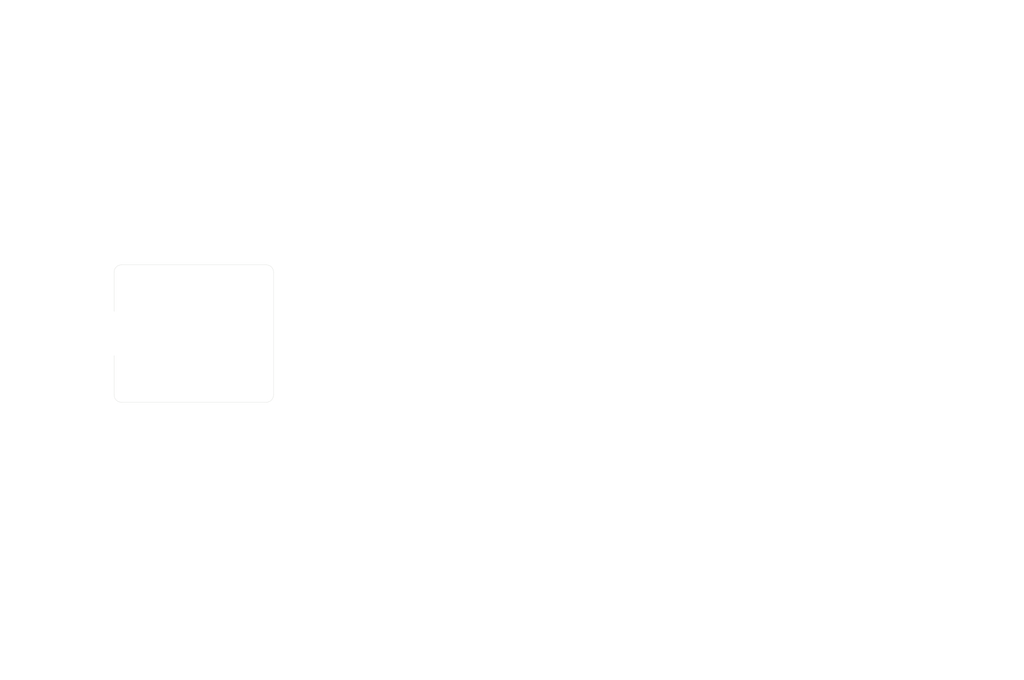
<source format=kicad_pcb>
(kicad_pcb (version 20241229) (generator "pcbnew") (generator_version "9.0")
  (title_block (title "Example title") (date "2026-01-15") (company "Integro Consulting") (comment 1 "\"Email\"") (comment 2 "\"Approvedby\"") (comment 3 "\"Reviewedy\"") (comment 4 "\"Drawnby\""))
  (layers (0 "F.Cu" signal) (2 "B.Cu" signal) (13 "F.Paste" user) (15 "B.Paste" user) (5 "F.SilkS" user "F.Silkscreen") (7 "B.SilkS" user "B.Silkscreen") (1 "F.Mask" user) (3 "B.Mask" user) (25 "Edge.Cuts" user))
  (net 0 "")
  (footprint "MountingHole:MountingHole_2.7mm_M2.5" (layer "F.Cu") (at 244 130)
    (property "Reference" "MH2" (hide yes))
    (property "Value" "MountingHole_2.7mm_M2.5" (hide yes))
    (pad "" np_thru_hole circle (at 0 0) (size 2.7 2.7) (drill 2.7) (layers "*.Cu" "*.Mask"))
  )
  (footprint "MountingHole:MountingHole_2.7mm_M2.5" (layer "F.Cu") (at 186 179)
    (property "Reference" "MH3" (hide yes))
    (property "Value" "MountingHole_2.7mm_M2.5" (hide yes))
    (pad "" np_thru_hole circle (at 0 0) (size 2.7 2.7) (drill 2.7) (layers "*.Cu" "*.Mask"))
  )
  (footprint "MountingHole:MountingHole_2.7mm_M2.5" (layer "F.Cu") (at 185.5 129)
    (property "Reference" "MH1" (hide yes))
    (property "Value" "MountingHole_2.7mm_M2.5" (hide yes))
    (pad "" np_thru_hole circle (at 0 0) (size 2.7 2.7) (drill 2.7) (layers "*.Cu" "*.Mask"))
  )
  (footprint "MountingHole:MountingHole_2.7mm_M2.5" (layer "F.Cu") (at 244 179)
    (property "Reference" "MH4" (hide yes))
    (property "Value" "MountingHole_2.7mm_M2.5" (hide yes))
    (pad "" np_thru_hole circle (at 0 0) (size 2.7 2.7) (drill 2.7) (layers "*.Cu" "*.Mask"))
  )
  (gr_arc (start 244.5 126.5) (mid 246.62132 127.37868) (end 247.5 129.5) (stroke (width 0.1)) (layer "Edge.Cuts"))
  (gr_line (start 247.5 179.5) (end 247.5 129.5) (stroke (width 0.1)) (layer "Edge.Cuts"))
  (gr_line (start 182.5 129.5) (end 182.5 145.5) (stroke (width 0.1)) (layer "Edge.Cuts"))
  (gr_arc (start 185.5 182.5) (mid 183.37868 181.62132) (end 182.5 179.5) (stroke (width 0.1)) (layer "Edge.Cuts"))
  (gr_line (start 185.5 182.5) (end 244.5 182.5) (stroke (width 0.1)) (layer "Edge.Cuts"))
  (gr_arc (start 247.5 179.5) (mid 246.62132 181.62132) (end 244.5 182.5) (stroke (width 0.1)) (layer "Edge.Cuts"))
  (gr_arc (start 182.5 129.5) (mid 183.37868 127.37868) (end 185.5 126.5) (stroke (width 0.1)) (layer "Edge.Cuts"))
  (gr_line (start 182.5 163.5) (end 182.5 179.5) (stroke (width 0.1)) (layer "Edge.Cuts"))
  (gr_line (start 244.5 126.5) (end 185.5 126.5) (stroke (width 0.1)) (layer "Edge.Cuts"))
)
</source>
